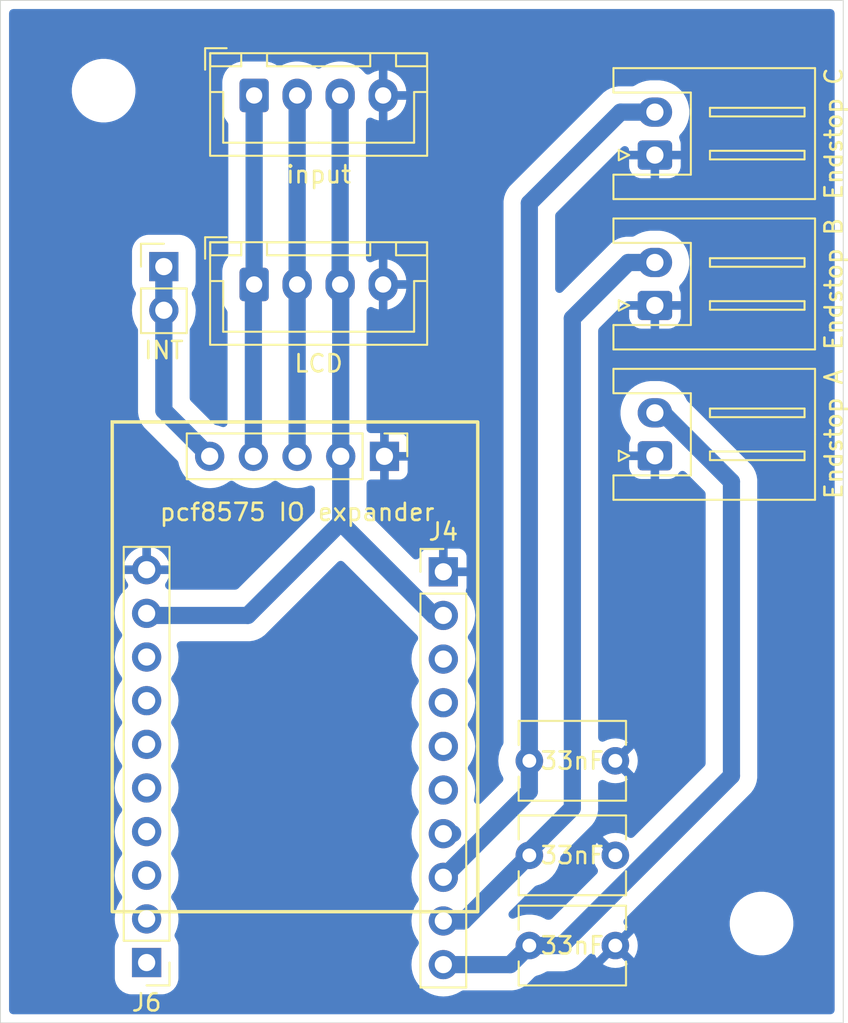
<source format=kicad_pcb>
(kicad_pcb (version 20240108) (generator "pcbnew") (generator_version "8.0")
  (layers (0 "F.Cu" signal) (31 "B.Cu" signal) (34 "B.Paste" user) (35 "F.Paste" user) (36 "B.SilkS" user "B.Silkscreen") (37 "F.SilkS" user "F.Silkscreen") (38 "B.Mask" user) (39 "F.Mask" user) (44 "Edge.Cuts" user))
  (net 0 "")
  (net 1 "GND")
  (net 2 "Net-(J1-Pin_2)")
  (net 3 "Net-(J2-Pin_2)")
  (net 4 "Net-(J3-Pin_2)")
  (net 7 "+5V")
  (net 15 "Net-(J5-Pin_3)")
  (net 16 "Net-(J5-Pin_4)")
  (net 17 "Net-(J5-Pin_5)")
  (net 18 "unconnected-(J4-Pin_7-Pad7)")
  (footprint "Connector_PinHeader_2.54mm:PinHeader_1x10_P2.54mm_Vertical" (layer "F.Cu") (at 84.5 132.74 180)
    (property "Reference" "J6" (at 0 -2.33 180) (layer "F.SilkS"))
    (property "Value" "Conn_01x16")
    (fp_line (start 1.33 1.27) (end 1.33 24.19) (stroke (width 0.12)) (layer "F.SilkS"))
    (fp_line (start -1.33 24.19) (end 1.33 24.19) (stroke (width 0.12)) (layer "F.SilkS"))
    (fp_line (start -1.33 1.27) (end 1.33 1.27) (stroke (width 0.12)) (layer "F.SilkS"))
    (fp_line (start -1.33 1.27) (end -1.33 24.19) (stroke (width 0.12)) (layer "F.SilkS"))
    (fp_line (start -1.33 0) (end -1.33 -1.33) (stroke (width 0.12)) (layer "F.SilkS"))
    (fp_line (start -1.33 -1.33) (end 0 -1.33) (stroke (width 0.12)) (layer "F.SilkS"))
    (pad "1" thru_hole rect (at 0 0 180) (size 1.7 1.7) (drill 1) (layers "*.Cu" "*.Mask"))
    (pad "2" thru_hole oval (at 0 2.54 180) (size 1.7 1.7) (drill 1) (layers "*.Cu" "*.Mask"))
    (pad "3" thru_hole oval (at 0 5.08 180) (size 1.7 1.7) (drill 1) (layers "*.Cu" "*.Mask"))
    (pad "4" thru_hole oval (at 0 7.62 180) (size 1.7 1.7) (drill 1) (layers "*.Cu" "*.Mask"))
    (pad "5" thru_hole oval (at 0 10.16 180) (size 1.7 1.7) (drill 1) (layers "*.Cu" "*.Mask"))
    (pad "6" thru_hole oval (at 0 12.7 180) (size 1.7 1.7) (drill 1) (layers "*.Cu" "*.Mask"))
    (pad "7" thru_hole oval (at 0 15.24 180) (size 1.7 1.7) (drill 1) (layers "*.Cu" "*.Mask"))
    (pad "8" thru_hole oval (at 0 17.78 180) (size 1.7 1.7) (drill 1) (layers "*.Cu" "*.Mask"))
    (pad "9" thru_hole oval (at 0 20.32 180) (size 1.7 1.7) (drill 1) (layers "*.Cu" "*.Mask") (net 7 "+5V"))
    (pad "10" thru_hole oval (at 0 22.86 180) (size 1.7 1.7) (drill 1) (layers "*.Cu" "*.Mask") (net 1 "GND"))
  )
  (footprint "Connector_JST:JST_XH_S2B-XH-A_1x02_P2.50mm_Horizontal" (layer "F.Cu") (at 114.05 85.75 90)
    (property "Reference" "J1" (hide yes))
    (property "Value" "Endstop C" (at 1.25 10.4 90) (layer "F.SilkS"))
    (fp_line (start 5.06 -2.41) (end 3.64 -2.41) (stroke (width 0.12)) (layer "F.SilkS"))
    (fp_line (start 3.64 -2.41) (end 3.64 2.09) (stroke (width 0.12)) (layer "F.SilkS"))
    (fp_line (start -1.14 -2.41) (end -1.14 2.09) (stroke (width 0.12)) (layer "F.SilkS"))
    (fp_line (start -2.56 -2.41) (end -1.14 -2.41) (stroke (width 0.12)) (layer "F.SilkS"))
    (fp_line (start 0.3 -2.1) (end 0 -1.5) (stroke (width 0.12)) (layer "F.SilkS"))
    (fp_line (start -0.3 -2.1) (end 0.3 -2.1) (stroke (width 0.12)) (layer "F.SilkS"))
    (fp_line (start 0 -1.5) (end -0.3 -2.1) (stroke (width 0.12)) (layer "F.SilkS"))
    (fp_line (start 3.64 2.09) (end 1.25 2.09) (stroke (width 0.12)) (layer "F.SilkS"))
    (fp_line (start -1.14 2.09) (end 1.25 2.09) (stroke (width 0.12)) (layer "F.SilkS"))
    (fp_line (start 2.75 3.2) (end 2.25 3.2) (stroke (width 0.12)) (layer "F.SilkS"))
    (fp_line (start 2.25 3.2) (end 2.25 8.7) (stroke (width 0.12)) (layer "F.SilkS"))
    (fp_line (start 0.25 3.2) (end -0.25 3.2) (stroke (width 0.12)) (layer "F.SilkS"))
    (fp_line (start -0.25 3.2) (end -0.25 8.7) (stroke (width 0.12)) (layer "F.SilkS"))
    (fp_line (start 2.75 8.7) (end 2.75 3.2) (stroke (width 0.12)) (layer "F.SilkS"))
    (fp_line (start 2.25 8.7) (end 2.75 8.7) (stroke (width 0.12)) (layer "F.SilkS"))
    (fp_line (start 0.25 8.7) (end 0.25 3.2) (stroke (width 0.12)) (layer "F.SilkS"))
    (fp_line (start -0.25 8.7) (end 0.25 8.7) (stroke (width 0.12)) (layer "F.SilkS"))
    (fp_line (start 5.06 9.31) (end 5.06 -2.41) (stroke (width 0.12)) (layer "F.SilkS"))
    (fp_line (start 1.25 9.31) (end 5.06 9.31) (stroke (width 0.12)) (layer "F.SilkS"))
    (fp_line (start 1.25 9.31) (end -2.56 9.31) (stroke (width 0.12)) (layer "F.SilkS"))
    (fp_line (start -2.56 9.31) (end -2.56 -2.41) (stroke (width 0.12)) (layer "F.SilkS"))
    (pad "1" thru_hole roundrect (at 0 0 90) (size 1.7 2) (drill 1) (layers "*.Cu" "*.Mask") (roundrect_rratio 0.147059) (net 1 "GND"))
    (pad "2" thru_hole oval (at 2.5 0 90) (size 1.7 2) (drill 1) (layers "*.Cu" "*.Mask") (net 2 "Net-(J1-Pin_2)"))
  )
  (footprint "Capacitor_THT:C_Disc_D6.0mm_W4.4mm_P5.00mm" (layer "F.Cu") (at 111.75 131.75 180)
    (property "Reference" "C3" (hide yes))
    (property "Value" "33nF" (at 2.5 0 0) (layer "F.SilkS"))
    (fp_line (start 5.62 0.925) (end 5.62 2.321) (stroke (width 0.12)) (layer "F.SilkS"))
    (fp_line (start 5.62 -2.321) (end 5.62 -0.925) (stroke (width 0.12)) (layer "F.SilkS"))
    (fp_line (start -0.62 2.321) (end 5.62 2.321) (stroke (width 0.12)) (layer "F.SilkS"))
    (fp_line (start -0.62 0.925) (end -0.62 2.321) (stroke (width 0.12)) (layer "F.SilkS"))
    (fp_line (start -0.62 -2.321) (end 5.62 -2.321) (stroke (width 0.12)) (layer "F.SilkS"))
    (fp_line (start -0.62 -2.321) (end -0.62 -0.925) (stroke (width 0.12)) (layer "F.SilkS"))
    (pad "1" thru_hole circle (at 0 0 180) (size 1.6 1.6) (drill 0.8) (layers "*.Cu" "*.Mask") (net 1 "GND"))
    (pad "2" thru_hole circle (at 5 0 180) (size 1.6 1.6) (drill 0.8) (layers "*.Cu" "*.Mask") (net 4 "Net-(J3-Pin_2)"))
  )
  (footprint "Connector_JST:JST_XH_S2B-XH-A_1x02_P2.50mm_Horizontal" (layer "F.Cu") (at 114.05 103.25 90)
    (property "Reference" "J3" (hide yes))
    (property "Value" "Endstop A" (at 1.25 10.4 90) (layer "F.SilkS"))
    (fp_line (start 5.06 -2.41) (end 3.64 -2.41) (stroke (width 0.12)) (layer "F.SilkS"))
    (fp_line (start 3.64 -2.41) (end 3.64 2.09) (stroke (width 0.12)) (layer "F.SilkS"))
    (fp_line (start -1.14 -2.41) (end -1.14 2.09) (stroke (width 0.12)) (layer "F.SilkS"))
    (fp_line (start -2.56 -2.41) (end -1.14 -2.41) (stroke (width 0.12)) (layer "F.SilkS"))
    (fp_line (start 0.3 -2.1) (end 0 -1.5) (stroke (width 0.12)) (layer "F.SilkS"))
    (fp_line (start -0.3 -2.1) (end 0.3 -2.1) (stroke (width 0.12)) (layer "F.SilkS"))
    (fp_line (start 0 -1.5) (end -0.3 -2.1) (stroke (width 0.12)) (layer "F.SilkS"))
    (fp_line (start 3.64 2.09) (end 1.25 2.09) (stroke (width 0.12)) (layer "F.SilkS"))
    (fp_line (start -1.14 2.09) (end 1.25 2.09) (stroke (width 0.12)) (layer "F.SilkS"))
    (fp_line (start 2.75 3.2) (end 2.25 3.2) (stroke (width 0.12)) (layer "F.SilkS"))
    (fp_line (start 2.25 3.2) (end 2.25 8.7) (stroke (width 0.12)) (layer "F.SilkS"))
    (fp_line (start 0.25 3.2) (end -0.25 3.2) (stroke (width 0.12)) (layer "F.SilkS"))
    (fp_line (start -0.25 3.2) (end -0.25 8.7) (stroke (width 0.12)) (layer "F.SilkS"))
    (fp_line (start 2.75 8.7) (end 2.75 3.2) (stroke (width 0.12)) (layer "F.SilkS"))
    (fp_line (start 2.25 8.7) (end 2.75 8.7) (stroke (width 0.12)) (layer "F.SilkS"))
    (fp_line (start 0.25 8.7) (end 0.25 3.2) (stroke (width 0.12)) (layer "F.SilkS"))
    (fp_line (start -0.25 8.7) (end 0.25 8.7) (stroke (width 0.12)) (layer "F.SilkS"))
    (fp_line (start 5.06 9.31) (end 5.06 -2.41) (stroke (width 0.12)) (layer "F.SilkS"))
    (fp_line (start 1.25 9.31) (end 5.06 9.31) (stroke (width 0.12)) (layer "F.SilkS"))
    (fp_line (start 1.25 9.31) (end -2.56 9.31) (stroke (width 0.12)) (layer "F.SilkS"))
    (fp_line (start -2.56 9.31) (end -2.56 -2.41) (stroke (width 0.12)) (layer "F.SilkS"))
    (pad "1" thru_hole roundrect (at 0 0 90) (size 1.7 2) (drill 1) (layers "*.Cu" "*.Mask") (roundrect_rratio 0.147059) (net 1 "GND"))
    (pad "2" thru_hole oval (at 2.5 0 90) (size 1.7 2) (drill 1) (layers "*.Cu" "*.Mask") (net 4 "Net-(J3-Pin_2)"))
  )
  (footprint "Connector_JST:JST_XH_S2B-XH-A_1x02_P2.50mm_Horizontal" (layer "F.Cu") (at 114.05 94.5 90)
    (property "Reference" "J2" (hide yes))
    (property "Value" "Endstop B" (at 1.25 10.4 90) (layer "F.SilkS"))
    (fp_line (start 5.06 -2.41) (end 3.64 -2.41) (stroke (width 0.12)) (layer "F.SilkS"))
    (fp_line (start 3.64 -2.41) (end 3.64 2.09) (stroke (width 0.12)) (layer "F.SilkS"))
    (fp_line (start -1.14 -2.41) (end -1.14 2.09) (stroke (width 0.12)) (layer "F.SilkS"))
    (fp_line (start -2.56 -2.41) (end -1.14 -2.41) (stroke (width 0.12)) (layer "F.SilkS"))
    (fp_line (start 0.3 -2.1) (end 0 -1.5) (stroke (width 0.12)) (layer "F.SilkS"))
    (fp_line (start -0.3 -2.1) (end 0.3 -2.1) (stroke (width 0.12)) (layer "F.SilkS"))
    (fp_line (start 0 -1.5) (end -0.3 -2.1) (stroke (width 0.12)) (layer "F.SilkS"))
    (fp_line (start 3.64 2.09) (end 1.25 2.09) (stroke (width 0.12)) (layer "F.SilkS"))
    (fp_line (start -1.14 2.09) (end 1.25 2.09) (stroke (width 0.12)) (layer "F.SilkS"))
    (fp_line (start 2.75 3.2) (end 2.25 3.2) (stroke (width 0.12)) (layer "F.SilkS"))
    (fp_line (start 2.25 3.2) (end 2.25 8.7) (stroke (width 0.12)) (layer "F.SilkS"))
    (fp_line (start 0.25 3.2) (end -0.25 3.2) (stroke (width 0.12)) (layer "F.SilkS"))
    (fp_line (start -0.25 3.2) (end -0.25 8.7) (stroke (width 0.12)) (layer "F.SilkS"))
    (fp_line (start 2.75 8.7) (end 2.75 3.2) (stroke (width 0.12)) (layer "F.SilkS"))
    (fp_line (start 2.25 8.7) (end 2.75 8.7) (stroke (width 0.12)) (layer "F.SilkS"))
    (fp_line (start 0.25 8.7) (end 0.25 3.2) (stroke (width 0.12)) (layer "F.SilkS"))
    (fp_line (start -0.25 8.7) (end 0.25 8.7) (stroke (width 0.12)) (layer "F.SilkS"))
    (fp_line (start 5.06 9.31) (end 5.06 -2.41) (stroke (width 0.12)) (layer "F.SilkS"))
    (fp_line (start 1.25 9.31) (end 5.06 9.31) (stroke (width 0.12)) (layer "F.SilkS"))
    (fp_line (start 1.25 9.31) (end -2.56 9.31) (stroke (width 0.12)) (layer "F.SilkS"))
    (fp_line (start -2.56 9.31) (end -2.56 -2.41) (stroke (width 0.12)) (layer "F.SilkS"))
    (pad "1" thru_hole roundrect (at 0 0 90) (size 1.7 2) (drill 1) (layers "*.Cu" "*.Mask") (roundrect_rratio 0.147059) (net 1 "GND"))
    (pad "2" thru_hole oval (at 2.5 0 90) (size 1.7 2) (drill 1) (layers "*.Cu" "*.Mask") (net 3 "Net-(J2-Pin_2)"))
  )
  (footprint "Capacitor_THT:C_Disc_D6.0mm_W4.4mm_P5.00mm" (layer "F.Cu") (at 111.75 121 180)
    (property "Reference" "C1" (hide yes))
    (property "Value" "33nF" (at 2.5 0 0) (layer "F.SilkS"))
    (fp_line (start 5.62 0.925) (end 5.62 2.321) (stroke (width 0.12)) (layer "F.SilkS"))
    (fp_line (start 5.62 -2.321) (end 5.62 -0.925) (stroke (width 0.12)) (layer "F.SilkS"))
    (fp_line (start -0.62 2.321) (end 5.62 2.321) (stroke (width 0.12)) (layer "F.SilkS"))
    (fp_line (start -0.62 0.925) (end -0.62 2.321) (stroke (width 0.12)) (layer "F.SilkS"))
    (fp_line (start -0.62 -2.321) (end 5.62 -2.321) (stroke (width 0.12)) (layer "F.SilkS"))
    (fp_line (start -0.62 -2.321) (end -0.62 -0.925) (stroke (width 0.12)) (layer "F.SilkS"))
    (pad "1" thru_hole circle (at 0 0 180) (size 1.6 1.6) (drill 0.8) (layers "*.Cu" "*.Mask") (net 1 "GND"))
    (pad "2" thru_hole circle (at 5 0 180) (size 1.6 1.6) (drill 0.8) (layers "*.Cu" "*.Mask") (net 2 "Net-(J1-Pin_2)"))
  )
  (footprint "Connector_JST:JST_XH_B4B-XH-A_1x04_P2.50mm_Vertical" (layer "F.Cu") (at 90.75 93.28)
    (property "Reference" "P1" (hide yes))
    (property "Value" "LCD" (at 3.75 4.6 0) (layer "F.SilkS"))
    (fp_line (start -2.85 -2.75) (end -2.85 -1.5) (stroke (width 0.12)) (layer "F.SilkS"))
    (fp_line (start -2.56 -2.46) (end -2.56 3.51) (stroke (width 0.12)) (layer "F.SilkS"))
    (fp_line (start -2.56 3.51) (end 10.06 3.51) (stroke (width 0.12)) (layer "F.SilkS"))
    (fp_line (start -2.55 -2.45) (end -2.55 -1.7) (stroke (width 0.12)) (layer "F.SilkS"))
    (fp_line (start -2.55 -1.7) (end -0.75 -1.7) (stroke (width 0.12)) (layer "F.SilkS"))
    (fp_line (start -2.55 -0.2) (end -1.8 -0.2) (stroke (width 0.12)) (layer "F.SilkS"))
    (fp_line (start -1.8 -0.2) (end -1.8 2.75) (stroke (width 0.12)) (layer "F.SilkS"))
    (fp_line (start -1.8 2.75) (end 3.75 2.75) (stroke (width 0.12)) (layer "F.SilkS"))
    (fp_line (start -1.6 -2.75) (end -2.85 -2.75) (stroke (width 0.12)) (layer "F.SilkS"))
    (fp_line (start -0.75 -2.45) (end -2.55 -2.45) (stroke (width 0.12)) (layer "F.SilkS"))
    (fp_line (start -0.75 -1.7) (end -0.75 -2.45) (stroke (width 0.12)) (layer "F.SilkS"))
    (fp_line (start 0.75 -2.45) (end 0.75 -1.7) (stroke (width 0.12)) (layer "F.SilkS"))
    (fp_line (start 0.75 -1.7) (end 6.75 -1.7) (stroke (width 0.12)) (layer "F.SilkS"))
    (fp_line (start 6.75 -2.45) (end 0.75 -2.45) (stroke (width 0.12)) (layer "F.SilkS"))
    (fp_line (start 6.75 -1.7) (end 6.75 -2.45) (stroke (width 0.12)) (layer "F.SilkS"))
    (fp_line (start 8.25 -2.45) (end 8.25 -1.7) (stroke (width 0.12)) (layer "F.SilkS"))
    (fp_line (start 8.25 -1.7) (end 10.05 -1.7) (stroke (width 0.12)) (layer "F.SilkS"))
    (fp_line (start 9.3 -0.2) (end 9.3 2.75) (stroke (width 0.12)) (layer "F.SilkS"))
    (fp_line (start 9.3 2.75) (end 3.75 2.75) (stroke (width 0.12)) (layer "F.SilkS"))
    (fp_line (start 10.05 -2.45) (end 8.25 -2.45) (stroke (width 0.12)) (layer "F.SilkS"))
    (fp_line (start 10.05 -1.7) (end 10.05 -2.45) (stroke (width 0.12)) (layer "F.SilkS"))
    (fp_line (start 10.05 -0.2) (end 9.3 -0.2) (stroke (width 0.12)) (layer "F.SilkS"))
    (fp_line (start 10.06 -2.46) (end -2.56 -2.46) (stroke (width 0.12)) (layer "F.SilkS"))
    (fp_line (start 10.06 3.51) (end 10.06 -2.46) (stroke (width 0.12)) (layer "F.SilkS"))
    (pad "1" thru_hole roundrect (at 0 0) (size 1.7 1.95) (drill 0.95) (layers "*.Cu" "*.Mask") (roundrect_rratio 0.147059) (net 16 "Net-(J5-Pin_4)"))
    (pad "2" thru_hole oval (at 2.5 0) (size 1.7 1.95) (drill 0.95) (layers "*.Cu" "*.Mask") (net 15 "Net-(J5-Pin_3)"))
    (pad "3" thru_hole oval (at 5 0) (size 1.7 1.95) (drill 0.95) (layers "*.Cu" "*.Mask") (net 7 "+5V"))
    (pad "4" thru_hole oval (at 7.5 0) (size 1.7 1.95) (drill 0.95) (layers "*.Cu" "*.Mask") (net 1 "GND"))
  )
  (footprint "Connector_PinHeader_2.54mm:PinHeader_1x10_P2.54mm_Vertical" (layer "F.Cu") (at 101.75 110)
    (property "Reference" "J4" (at 0 -2.33 0) (layer "F.SilkS"))
    (property "Value" "Conn_01x16")
    (fp_line (start -1.33 -1.33) (end 0 -1.33) (stroke (width 0.12)) (layer "F.SilkS"))
    (fp_line (start -1.33 0) (end -1.33 -1.33) (stroke (width 0.12)) (layer "F.SilkS"))
    (fp_line (start -1.33 1.27) (end -1.33 24.19) (stroke (width 0.12)) (layer "F.SilkS"))
    (fp_line (start -1.33 1.27) (end 1.33 1.27) (stroke (width 0.12)) (layer "F.SilkS"))
    (fp_line (start -1.33 24.19) (end 1.33 24.19) (stroke (width 0.12)) (layer "F.SilkS"))
    (fp_line (start 1.33 1.27) (end 1.33 24.19) (stroke (width 0.12)) (layer "F.SilkS"))
    (pad "1" thru_hole rect (at 0 0) (size 1.7 1.7) (drill 1) (layers "*.Cu" "*.Mask") (net 1 "GND"))
    (pad "2" thru_hole oval (at 0 2.54) (size 1.7 1.7) (drill 1) (layers "*.Cu" "*.Mask") (net 7 "+5V"))
    (pad "3" thru_hole oval (at 0 5.08) (size 1.7 1.7) (drill 1) (layers "*.Cu" "*.Mask"))
    (pad "4" thru_hole oval (at 0 7.62) (size 1.7 1.7) (drill 1) (layers "*.Cu" "*.Mask"))
    (pad "5" thru_hole oval (at 0 10.16) (size 1.7 1.7) (drill 1) (layers "*.Cu" "*.Mask"))
    (pad "6" thru_hole oval (at 0 12.7) (size 1.7 1.7) (drill 1) (layers "*.Cu" "*.Mask"))
    (pad "7" thru_hole oval (at 0 15.24) (size 1.7 1.7) (drill 1) (layers "*.Cu" "*.Mask") (net 18 "unconnected-(J4-Pin_7-Pad7)"))
    (pad "8" thru_hole oval (at 0 17.78) (size 1.7 1.7) (drill 1) (layers "*.Cu" "*.Mask") (net 2 "Net-(J1-Pin_2)"))
    (pad "9" thru_hole oval (at 0 20.32) (size 1.7 1.7) (drill 1) (layers "*.Cu" "*.Mask") (net 3 "Net-(J2-Pin_2)"))
    (pad "10" thru_hole oval (at 0 22.86) (size 1.7 1.7) (drill 1) (layers "*.Cu" "*.Mask") (net 4 "Net-(J3-Pin_2)"))
  )
  (footprint "Connector_JST:JST_XH_B4B-XH-A_1x04_P2.50mm_Vertical" (layer "F.Cu") (at 90.75 82.28)
    (property "Reference" "P2" (hide yes))
    (property "Value" "input" (at 3.75 4.6 0) (layer "F.SilkS"))
    (fp_line (start -2.85 -2.75) (end -2.85 -1.5) (stroke (width 0.12)) (layer "F.SilkS"))
    (fp_line (start -2.56 -2.46) (end -2.56 3.51) (stroke (width 0.12)) (layer "F.SilkS"))
    (fp_line (start -2.56 3.51) (end 10.06 3.51) (stroke (width 0.12)) (layer "F.SilkS"))
    (fp_line (start -2.55 -2.45) (end -2.55 -1.7) (stroke (width 0.12)) (layer "F.SilkS"))
    (fp_line (start -2.55 -1.7) (end -0.75 -1.7) (stroke (width 0.12)) (layer "F.SilkS"))
    (fp_line (start -2.55 -0.2) (end -1.8 -0.2) (stroke (width 0.12)) (layer "F.SilkS"))
    (fp_line (start -1.8 -0.2) (end -1.8 2.75) (stroke (width 0.12)) (layer "F.SilkS"))
    (fp_line (start -1.8 2.75) (end 3.75 2.75) (stroke (width 0.12)) (layer "F.SilkS"))
    (fp_line (start -1.6 -2.75) (end -2.85 -2.75) (stroke (width 0.12)) (layer "F.SilkS"))
    (fp_line (start -0.75 -2.45) (end -2.55 -2.45) (stroke (width 0.12)) (layer "F.SilkS"))
    (fp_line (start -0.75 -1.7) (end -0.75 -2.45) (stroke (width 0.12)) (layer "F.SilkS"))
    (fp_line (start 0.75 -2.45) (end 0.75 -1.7) (stroke (width 0.12)) (layer "F.SilkS"))
    (fp_line (start 0.75 -1.7) (end 6.75 -1.7) (stroke (width 0.12)) (layer "F.SilkS"))
    (fp_line (start 6.75 -2.45) (end 0.75 -2.45) (stroke (width 0.12)) (layer "F.SilkS"))
    (fp_line (start 6.75 -1.7) (end 6.75 -2.45) (stroke (width 0.12)) (layer "F.SilkS"))
    (fp_line (start 8.25 -2.45) (end 8.25 -1.7) (stroke (width 0.12)) (layer "F.SilkS"))
    (fp_line (start 8.25 -1.7) (end 10.05 -1.7) (stroke (width 0.12)) (layer "F.SilkS"))
    (fp_line (start 9.3 -0.2) (end 9.3 2.75) (stroke (width 0.12)) (layer "F.SilkS"))
    (fp_line (start 9.3 2.75) (end 3.75 2.75) (stroke (width 0.12)) (layer "F.SilkS"))
    (fp_line (start 10.05 -2.45) (end 8.25 -2.45) (stroke (width 0.12)) (layer "F.SilkS"))
    (fp_line (start 10.05 -1.7) (end 10.05 -2.45) (stroke (width 0.12)) (layer "F.SilkS"))
    (fp_line (start 10.05 -0.2) (end 9.3 -0.2) (stroke (width 0.12)) (layer "F.SilkS"))
    (fp_line (start 10.06 -2.46) (end -2.56 -2.46) (stroke (width 0.12)) (layer "F.SilkS"))
    (fp_line (start 10.06 3.51) (end 10.06 -2.46) (stroke (width 0.12)) (layer "F.SilkS"))
    (pad "1" thru_hole roundrect (at 0 0) (size 1.7 1.95) (drill 0.95) (layers "*.Cu" "*.Mask") (roundrect_rratio 0.147059) (net 16 "Net-(J5-Pin_4)"))
    (pad "2" thru_hole oval (at 2.5 0) (size 1.7 1.95) (drill 0.95) (layers "*.Cu" "*.Mask") (net 15 "Net-(J5-Pin_3)"))
    (pad "3" thru_hole oval (at 5 0) (size 1.7 1.95) (drill 0.95) (layers "*.Cu" "*.Mask") (net 7 "+5V"))
    (pad "4" thru_hole oval (at 7.5 0) (size 1.7 1.95) (drill 0.95) (layers "*.Cu" "*.Mask") (net 1 "GND"))
  )
  (footprint "Connector_PinHeader_2.54mm:PinHeader_1x05_P2.54mm_Vertical" (layer "F.Cu") (at 98.325 103.28 -90)
    (property "Reference" "J5" (hide yes))
    (property "Value" "pcf8575 IO expander" (at 3.25 5.075 0) (layer "F.SilkS"))
    (fp_line (start -1.33 11.49) (end 1.33 11.49) (stroke (width 0.12)) (layer "F.SilkS"))
    (fp_line (start -1.33 1.27) (end -1.33 11.49) (stroke (width 0.12)) (layer "F.SilkS"))
    (fp_line (start -1.33 1.27) (end 1.33 1.27) (stroke (width 0.12)) (layer "F.SilkS"))
    (fp_line (start 1.33 1.27) (end 1.33 11.49) (stroke (width 0.12)) (layer "F.SilkS"))
    (fp_line (start -1.33 0) (end -1.33 -1.33) (stroke (width 0.12)) (layer "F.SilkS"))
    (fp_line (start -1.33 -1.33) (end 0 -1.33) (stroke (width 0.12)) (layer "F.SilkS"))
    (pad "1" thru_hole rect (at 0 0 270) (size 1.7 1.7) (drill 1) (layers "*.Cu" "*.Mask") (net 1 "GND"))
    (pad "2" thru_hole oval (at 0 2.54 270) (size 1.7 1.7) (drill 1) (layers "*.Cu" "*.Mask") (net 7 "+5V"))
    (pad "3" thru_hole oval (at 0 5.08 270) (size 1.7 1.7) (drill 1) (layers "*.Cu" "*.Mask") (net 15 "Net-(J5-Pin_3)"))
    (pad "4" thru_hole oval (at 0 7.62 270) (size 1.7 1.7) (drill 1) (layers "*.Cu" "*.Mask") (net 16 "Net-(J5-Pin_4)"))
    (pad "5" thru_hole oval (at 0 10.16 270) (size 1.7 1.7) (drill 1) (layers "*.Cu" "*.Mask") (net 17 "Net-(J5-Pin_5)"))
  )
  (footprint "Connector_PinHeader_2.54mm:PinHeader_1x02_P2.54mm_Vertical" (layer "F.Cu") (at 85.5 92.24)
    (property "Reference" "J7" (hide yes))
    (property "Value" "INT" (at 0 4.87 0) (layer "F.SilkS"))
    (fp_line (start -1.33 -1.33) (end 0 -1.33) (stroke (width 0.12)) (layer "F.SilkS"))
    (fp_line (start -1.33 0) (end -1.33 -1.33) (stroke (width 0.12)) (layer "F.SilkS"))
    (fp_line (start -1.33 1.27) (end -1.33 3.87) (stroke (width 0.12)) (layer "F.SilkS"))
    (fp_line (start -1.33 1.27) (end 1.33 1.27) (stroke (width 0.12)) (layer "F.SilkS"))
    (fp_line (start -1.33 3.87) (end 1.33 3.87) (stroke (width 0.12)) (layer "F.SilkS"))
    (fp_line (start 1.33 1.27) (end 1.33 3.87) (stroke (width 0.12)) (layer "F.SilkS"))
    (pad "1" thru_hole rect (at 0 0) (size 1.7 1.7) (drill 1) (layers "*.Cu" "*.Mask") (net 17 "Net-(J5-Pin_5)"))
    (pad "2" thru_hole oval (at 0 2.54) (size 1.7 1.7) (drill 1) (layers "*.Cu" "*.Mask") (net 17 "Net-(J5-Pin_5)"))
  )
  (footprint "Capacitor_THT:C_Disc_D6.0mm_W4.4mm_P5.00mm" (layer "F.Cu") (at 111.75 126.5 180)
    (property "Reference" "C2" (hide yes))
    (property "Value" "33nF" (at 2.5 0 0) (layer "F.SilkS"))
    (fp_line (start 5.62 0.925) (end 5.62 2.321) (stroke (width 0.12)) (layer "F.SilkS"))
    (fp_line (start 5.62 -2.321) (end 5.62 -0.925) (stroke (width 0.12)) (layer "F.SilkS"))
    (fp_line (start -0.62 2.321) (end 5.62 2.321) (stroke (width 0.12)) (layer "F.SilkS"))
    (fp_line (start -0.62 0.925) (end -0.62 2.321) (stroke (width 0.12)) (layer "F.SilkS"))
    (fp_line (start -0.62 -2.321) (end 5.62 -2.321) (stroke (width 0.12)) (layer "F.SilkS"))
    (fp_line (start -0.62 -2.321) (end -0.62 -0.925) (stroke (width 0.12)) (layer "F.SilkS"))
    (pad "1" thru_hole circle (at 0 0 180) (size 1.6 1.6) (drill 0.8) (layers "*.Cu" "*.Mask") (net 1 "GND"))
    (pad "2" thru_hole circle (at 5 0 180) (size 1.6 1.6) (drill 0.8) (layers "*.Cu" "*.Mask") (net 3 "Net-(J2-Pin_2)"))
  )
  (footprint "MountingHole:MountingHole_3.2mm_M3_DIN965" (layer "B.Cu") (at 82 82 180)
    (property "Reference" "H4" (hide yes))
    (property "Value" "MountingHole" (hide yes))
    (pad "" np_thru_hole circle (at 0 0 180) (size 3.2 3.2) (drill 3.2) (layers "*.Cu" "*.Mask"))
  )
  (footprint "MountingHole:MountingHole_3.2mm_M3_DIN965" (layer "B.Cu") (at 120.25 130.47 180)
    (property "Reference" "H4" (hide yes))
    (property "Value" "MountingHole" (hide yes))
    (pad "" np_thru_hole circle (at 0 0 180) (size 3.2 3.2) (drill 3.2) (layers "F&B.Cu" "*.Mask"))
  )
  (gr_rect (start 82.5 101.28) (end 103.75 129.78) (stroke (width 0.2)) (fill none) (layer "F.SilkS"))
  (gr_rect (start 76 76.75) (end 125 136.25) (stroke (width 0.05)) (fill none) (layer "Edge.Cuts"))
  (segment (start 106.75 122.78) (end 106.75 121) (width 1) (layer "B.Cu") (net 2))
  (segment (start 101.75 127.78) (end 106.75 122.78) (width 1) (layer "B.Cu") (net 2))
  (segment (start 106.75 88.55) (end 106.75 121) (width 1) (layer "B.Cu") (net 2))
  (segment (start 114.05 83.25) (end 112.05 83.25) (width 1) (layer "B.Cu") (net 2))
  (segment (start 112.05 83.25) (end 106.75 88.55) (width 1) (layer "B.Cu") (net 2))
  (segment (start 101.75 130.32) (end 102.93 130.32) (width 1) (layer "B.Cu") (net 3))
  (segment (start 109.25 95.25) (end 112.5 92) (width 1) (layer "B.Cu") (net 3))
  (segment (start 106.75 126.5) (end 106.75 126.25) (width 1) (layer "B.Cu") (net 3))
  (segment (start 112.5 92) (end 114.05 92) (width 1) (layer "B.Cu") (net 3))
  (segment (start 109.25 123.75) (end 109.25 95.25) (width 1) (layer "B.Cu") (net 3))
  (segment (start 102.93 130.32) (end 106.75 126.5) (width 1) (layer "B.Cu") (net 3))
  (segment (start 106.75 126.25) (end 109.25 123.75) (width 1) (layer "B.Cu") (net 3))
  (segment (start 108.621321 131.75) (end 118.5 121.871321) (width 1) (layer "B.Cu") (net 4))
  (segment (start 118.5 121.871321) (end 118.5 104.75) (width 1) (layer "B.Cu") (net 4))
  (segment (start 106.75 131.75) (end 108.621321 131.75) (width 1) (layer "B.Cu") (net 4))
  (segment (start 105.64 132.86) (end 106.75 131.75) (width 1) (layer "B.Cu") (net 4))
  (segment (start 114.5 100.75) (end 114.05 100.75) (width 1) (layer "B.Cu") (net 4))
  (segment (start 101.75 132.86) (end 105.64 132.86) (width 1) (layer "B.Cu") (net 4))
  (segment (start 118.5 104.75) (end 114.5 100.75) (width 1) (layer "B.Cu") (net 4))
  (segment (start 95.75 93.28) (end 95.75 94) (width 1) (layer "B.Cu") (net 7))
  (segment (start 84.5 112.54) (end 90.38 112.54) (width 1) (layer "B.Cu") (net 7))
  (segment (start 95.785 94.035) (end 95.785 103.28) (width 1) (layer "B.Cu") (net 7))
  (segment (start 95.785 103.28) (end 95.785 107.135) (width 1) (layer "B.Cu") (net 7))
  (segment (start 95.75 82.28) (end 95.75 93.28) (width 1) (layer "B.Cu") (net 7))
  (segment (start 90.38 112.54) (end 95.785 107.135) (width 1) (layer "B.Cu") (net 7))
  (segment (start 101.19 112.54) (end 101.75 112.54) (width 1) (layer "B.Cu") (net 7))
  (segment (start 95.785 107.135) (end 101.19 112.54) (width 1) (layer "B.Cu") (net 7))
  (segment (start 95.75 94) (end 95.785 94.035) (width 1) (layer "B.Cu") (net 7))
  (segment (start 93.25 93.28) (end 93.25 103.275) (width 1) (layer "B.Cu") (net 15))
  (segment (start 93.25 103.275) (end 93.245 103.28) (width 1) (layer "B.Cu") (net 15))
  (segment (start 93.25 82.28) (end 93.25 93.28) (width 1) (layer "B.Cu") (net 15))
  (segment (start 90.705 103.28) (end 90.705 93.325) (width 1) (layer "B.Cu") (net 16))
  (segment (start 90.75 82.28) (end 90.75 93.28) (width 1) (layer "B.Cu") (net 16))
  (segment (start 90.705 93.325) (end 90.75 93.28) (width 1) (layer "B.Cu") (net 16))
  (segment (start 85.5 100.615) (end 88.165 103.28) (width 1) (layer "B.Cu") (net 17))
  (segment (start 85.5 92.24) (end 85.5 94.78) (width 1) (layer "B.Cu") (net 17))
  (segment (start 85.5 94.78) (end 85.5 100.615) (width 1) (layer "B.Cu") (net 17))
  (segment (start 101.75 125.24) (end 102.29 125.24) (width 1) (layer "B.Cu") (net 18))
  (zone (net 1) (net_name "GND") (layer "B.Cu") (connect_pads (clearance 1)) (min_thickness 0.5) (fill yes (thermal_gap 0.5) (thermal_bridge_width 0.5))
    (polygon (pts (xy 76 136.25) (xy 125 136.25) (xy 125 76.75) (xy 76 76.75)))
  )
)
</source>
